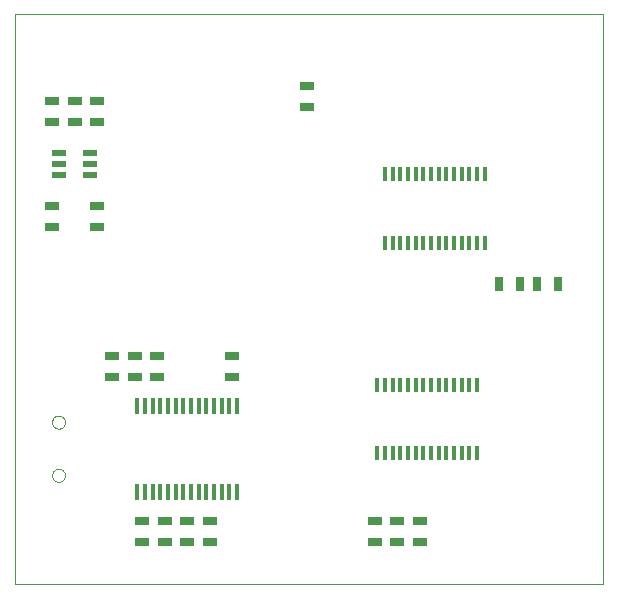
<source format=gtp>
G75*
G70*
%OFA0B0*%
%FSLAX24Y24*%
%IPPOS*%
%LPD*%
%AMOC8*
5,1,8,0,0,1.08239X$1,22.5*
%
%ADD10C,0.0000*%
%ADD11R,0.0118X0.0472*%
%ADD12R,0.0472X0.0315*%
%ADD13R,0.0137X0.0550*%
%ADD14R,0.0472X0.0217*%
%ADD15R,0.0315X0.0472*%
D10*
X005648Y000150D02*
X025268Y000150D01*
X025268Y019146D01*
X005648Y019146D01*
X005648Y000150D01*
X006892Y003764D02*
X006894Y003793D01*
X006900Y003821D01*
X006909Y003849D01*
X006922Y003875D01*
X006939Y003898D01*
X006958Y003920D01*
X006980Y003939D01*
X007005Y003954D01*
X007031Y003967D01*
X007059Y003975D01*
X007087Y003980D01*
X007116Y003981D01*
X007145Y003978D01*
X007173Y003971D01*
X007200Y003961D01*
X007226Y003947D01*
X007249Y003930D01*
X007270Y003910D01*
X007288Y003887D01*
X007303Y003862D01*
X007314Y003835D01*
X007322Y003807D01*
X007326Y003778D01*
X007326Y003750D01*
X007322Y003721D01*
X007314Y003693D01*
X007303Y003666D01*
X007288Y003641D01*
X007270Y003618D01*
X007249Y003598D01*
X007226Y003581D01*
X007200Y003567D01*
X007173Y003557D01*
X007145Y003550D01*
X007116Y003547D01*
X007087Y003548D01*
X007059Y003553D01*
X007031Y003561D01*
X007005Y003574D01*
X006980Y003589D01*
X006958Y003608D01*
X006939Y003630D01*
X006922Y003653D01*
X006909Y003679D01*
X006900Y003707D01*
X006894Y003735D01*
X006892Y003764D01*
X006892Y005536D02*
X006894Y005565D01*
X006900Y005593D01*
X006909Y005621D01*
X006922Y005647D01*
X006939Y005670D01*
X006958Y005692D01*
X006980Y005711D01*
X007005Y005726D01*
X007031Y005739D01*
X007059Y005747D01*
X007087Y005752D01*
X007116Y005753D01*
X007145Y005750D01*
X007173Y005743D01*
X007200Y005733D01*
X007226Y005719D01*
X007249Y005702D01*
X007270Y005682D01*
X007288Y005659D01*
X007303Y005634D01*
X007314Y005607D01*
X007322Y005579D01*
X007326Y005550D01*
X007326Y005522D01*
X007322Y005493D01*
X007314Y005465D01*
X007303Y005438D01*
X007288Y005413D01*
X007270Y005390D01*
X007249Y005370D01*
X007226Y005353D01*
X007200Y005339D01*
X007173Y005329D01*
X007145Y005322D01*
X007116Y005319D01*
X007087Y005320D01*
X007059Y005325D01*
X007031Y005333D01*
X007005Y005346D01*
X006980Y005361D01*
X006958Y005380D01*
X006939Y005402D01*
X006922Y005425D01*
X006909Y005451D01*
X006900Y005479D01*
X006894Y005507D01*
X006892Y005536D01*
D11*
X017733Y004505D03*
X017989Y004505D03*
X018245Y004505D03*
X018501Y004505D03*
X018756Y004505D03*
X019012Y004505D03*
X019268Y004505D03*
X019524Y004505D03*
X019780Y004505D03*
X020036Y004505D03*
X020292Y004505D03*
X020548Y004505D03*
X020804Y004505D03*
X021060Y004505D03*
X021060Y006789D03*
X020804Y006789D03*
X020548Y006789D03*
X020292Y006789D03*
X020036Y006789D03*
X019780Y006789D03*
X019524Y006789D03*
X019268Y006789D03*
X019012Y006789D03*
X018756Y006789D03*
X018501Y006789D03*
X018245Y006789D03*
X017989Y006789D03*
X017733Y006789D03*
X017986Y011511D03*
X018242Y011511D03*
X018498Y011511D03*
X018754Y011511D03*
X019010Y011511D03*
X019266Y011511D03*
X019522Y011511D03*
X019777Y011511D03*
X020033Y011511D03*
X020289Y011511D03*
X020545Y011511D03*
X020801Y011511D03*
X021057Y011511D03*
X021313Y011511D03*
X021313Y013795D03*
X021057Y013795D03*
X020801Y013795D03*
X020545Y013795D03*
X020289Y013795D03*
X020033Y013795D03*
X019777Y013795D03*
X019522Y013795D03*
X019266Y013795D03*
X019010Y013795D03*
X018754Y013795D03*
X018498Y013795D03*
X018242Y013795D03*
X017986Y013795D03*
D12*
X015398Y016046D03*
X015398Y016754D03*
X008398Y016254D03*
X007648Y016254D03*
X006898Y016254D03*
X006898Y015546D03*
X007648Y015546D03*
X008398Y015546D03*
X008398Y012754D03*
X008398Y012046D03*
X006898Y012046D03*
X006898Y012754D03*
X008898Y007754D03*
X009648Y007754D03*
X010398Y007754D03*
X010398Y007046D03*
X009648Y007046D03*
X008898Y007046D03*
X012898Y007046D03*
X012898Y007754D03*
X012148Y002254D03*
X012148Y001546D03*
X011398Y001546D03*
X011398Y002254D03*
X010648Y002254D03*
X010648Y001546D03*
X009898Y001546D03*
X009898Y002254D03*
X017648Y002254D03*
X017648Y001546D03*
X018398Y001546D03*
X018398Y002254D03*
X019148Y002254D03*
X019148Y001546D03*
D13*
X013061Y003211D03*
X012805Y003211D03*
X012549Y003211D03*
X012294Y003211D03*
X012038Y003211D03*
X011782Y003211D03*
X011526Y003211D03*
X011270Y003211D03*
X011014Y003211D03*
X010758Y003211D03*
X010502Y003211D03*
X010246Y003211D03*
X009990Y003211D03*
X009734Y003211D03*
X009734Y006089D03*
X009990Y006089D03*
X010246Y006089D03*
X010502Y006089D03*
X010758Y006089D03*
X011014Y006089D03*
X011270Y006089D03*
X011526Y006089D03*
X011782Y006089D03*
X012038Y006089D03*
X012294Y006089D03*
X012549Y006089D03*
X012805Y006089D03*
X013061Y006089D03*
D14*
X008160Y013776D03*
X008160Y014150D03*
X008160Y014524D03*
X007136Y014524D03*
X007136Y014150D03*
X007136Y013776D03*
D15*
X021794Y010150D03*
X022502Y010150D03*
X023044Y010150D03*
X023752Y010150D03*
M02*

</source>
